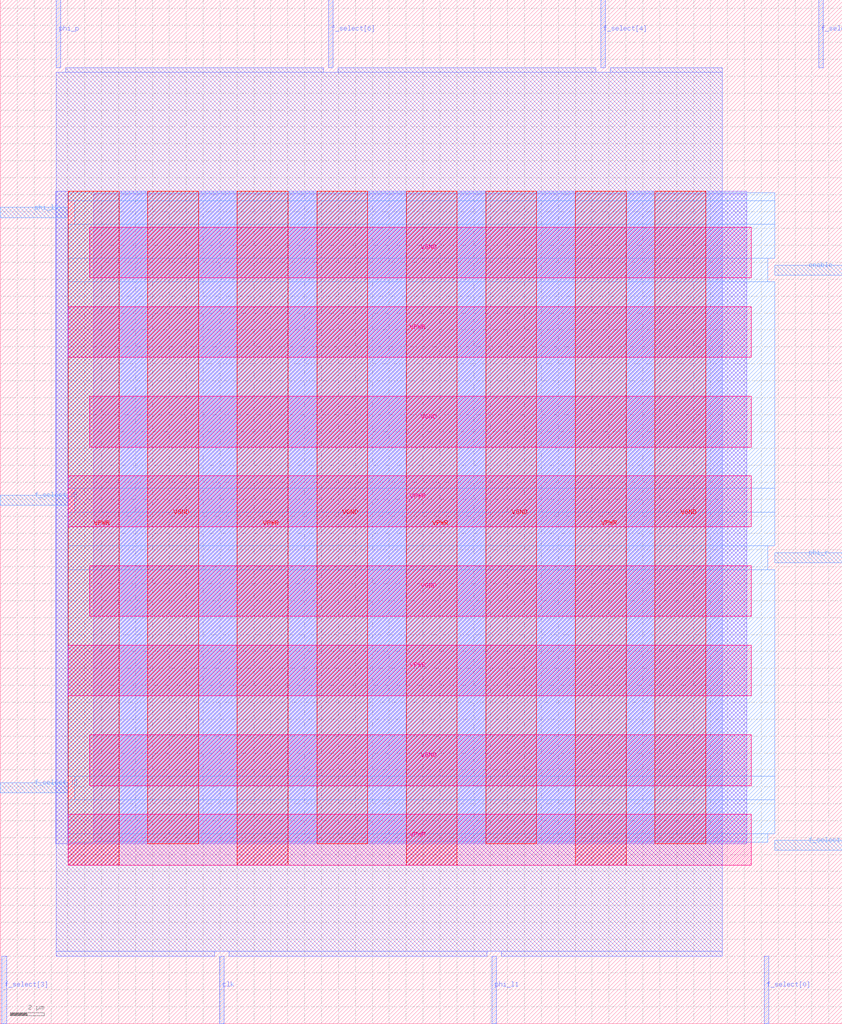
<source format=lef>
VERSION 5.7 ;
  NOWIREEXTENSIONATPIN ON ;
  DIVIDERCHAR "/" ;
  BUSBITCHARS "[]" ;
MACRO digital_cs
  CLASS BLOCK ;
  FOREIGN digital_cs ;
  ORIGIN 0.000 0.000 ;
  SIZE 49.790 BY 60.510 ;
  PIN VGND
    DIRECTION INOUT ;
    USE GROUND ;
    PORT
      LAYER met4 ;
        RECT 8.720 10.640 11.720 49.200 ;
    END
    PORT
      LAYER met4 ;
        RECT 18.720 10.640 21.720 49.200 ;
    END
    PORT
      LAYER met4 ;
        RECT 28.720 10.640 31.720 49.200 ;
    END
    PORT
      LAYER met4 ;
        RECT 38.720 10.640 41.720 49.200 ;
    END
    PORT
      LAYER met5 ;
        RECT 5.280 14.080 44.400 17.080 ;
    END
    PORT
      LAYER met5 ;
        RECT 5.280 24.080 44.400 27.080 ;
    END
    PORT
      LAYER met5 ;
        RECT 5.280 34.080 44.400 37.080 ;
    END
    PORT
      LAYER met5 ;
        RECT 5.280 44.080 44.400 47.080 ;
    END
  END VGND
  PIN VPWR
    DIRECTION INOUT ;
    USE POWER ;
    PORT
      LAYER met4 ;
        RECT 4.020 9.380 7.020 49.200 ;
    END
    PORT
      LAYER met4 ;
        RECT 14.020 9.380 17.020 49.200 ;
    END
    PORT
      LAYER met4 ;
        RECT 24.020 9.380 27.020 49.200 ;
    END
    PORT
      LAYER met4 ;
        RECT 34.020 9.380 37.020 49.200 ;
    END
    PORT
      LAYER met5 ;
        RECT 4.020 9.380 44.400 12.380 ;
    END
    PORT
      LAYER met5 ;
        RECT 4.020 19.380 44.400 22.380 ;
    END
    PORT
      LAYER met5 ;
        RECT 4.020 29.380 44.400 32.380 ;
    END
    PORT
      LAYER met5 ;
        RECT 4.020 39.380 44.400 42.380 ;
    END
  END VPWR
  PIN clk
    DIRECTION INPUT ;
    USE SIGNAL ;
    PORT
      LAYER met2 ;
        RECT 12.970 0.000 13.250 4.000 ;
    END
  END clk
  PIN enable
    DIRECTION INPUT ;
    USE SIGNAL ;
    PORT
      LAYER met3 ;
        RECT 45.790 44.240 49.790 44.840 ;
    END
  END enable
  PIN f_select[0]
    DIRECTION INPUT ;
    USE SIGNAL ;
    PORT
      LAYER met2 ;
        RECT 45.170 0.000 45.450 4.000 ;
    END
  END f_select[0]
  PIN f_select[1]
    DIRECTION INPUT ;
    USE SIGNAL ;
    PORT
      LAYER met3 ;
        RECT 0.000 13.640 4.000 14.240 ;
    END
  END f_select[1]
  PIN f_select[2]
    DIRECTION INPUT ;
    USE SIGNAL ;
    PORT
      LAYER met3 ;
        RECT 0.000 30.640 4.000 31.240 ;
    END
  END f_select[2]
  PIN f_select[3]
    DIRECTION INPUT ;
    USE SIGNAL ;
    PORT
      LAYER met2 ;
        RECT 0.090 0.000 0.370 4.000 ;
    END
  END f_select[3]
  PIN f_select[4]
    DIRECTION INPUT ;
    USE SIGNAL ;
    PORT
      LAYER met2 ;
        RECT 35.510 56.510 35.790 60.510 ;
    END
  END f_select[4]
  PIN f_select[5]
    DIRECTION INPUT ;
    USE SIGNAL ;
    PORT
      LAYER met3 ;
        RECT 45.790 10.240 49.790 10.840 ;
    END
  END f_select[5]
  PIN f_select[6]
    DIRECTION INPUT ;
    USE SIGNAL ;
    PORT
      LAYER met2 ;
        RECT 19.410 56.510 19.690 60.510 ;
    END
  END f_select[6]
  PIN f_select[7]
    DIRECTION INPUT ;
    USE SIGNAL ;
    PORT
      LAYER met2 ;
        RECT 48.390 56.510 48.670 60.510 ;
    END
  END f_select[7]
  PIN phi_l1
    DIRECTION OUTPUT TRISTATE ;
    USE SIGNAL ;
    PORT
      LAYER met2 ;
        RECT 29.070 0.000 29.350 4.000 ;
    END
  END phi_l1
  PIN phi_l2
    DIRECTION OUTPUT TRISTATE ;
    USE SIGNAL ;
    PORT
      LAYER met3 ;
        RECT 0.000 47.640 4.000 48.240 ;
    END
  END phi_l2
  PIN phi_p
    DIRECTION OUTPUT TRISTATE ;
    USE SIGNAL ;
    PORT
      LAYER met2 ;
        RECT 3.310 56.510 3.590 60.510 ;
    END
  END phi_p
  PIN phi_r
    DIRECTION OUTPUT TRISTATE ;
    USE SIGNAL ;
    PORT
      LAYER met3 ;
        RECT 45.790 27.240 49.790 27.840 ;
    END
  END phi_r
  OBS
      LAYER li1 ;
        RECT 5.520 10.795 44.160 49.045 ;
      LAYER met1 ;
        RECT 3.290 10.640 44.160 49.200 ;
      LAYER met2 ;
        RECT 3.870 56.230 19.130 56.510 ;
        RECT 19.970 56.230 35.230 56.510 ;
        RECT 36.070 56.230 42.690 56.510 ;
        RECT 3.320 4.280 42.690 56.230 ;
        RECT 3.320 4.000 12.690 4.280 ;
        RECT 13.530 4.000 28.790 4.280 ;
        RECT 29.630 4.000 42.690 4.280 ;
      LAYER met3 ;
        RECT 4.000 48.640 45.790 49.125 ;
        RECT 4.400 47.240 45.790 48.640 ;
        RECT 4.000 45.240 45.790 47.240 ;
        RECT 4.000 43.840 45.390 45.240 ;
        RECT 4.000 31.640 45.790 43.840 ;
        RECT 4.400 30.240 45.790 31.640 ;
        RECT 4.000 28.240 45.790 30.240 ;
        RECT 4.000 26.840 45.390 28.240 ;
        RECT 4.000 14.640 45.790 26.840 ;
        RECT 4.400 13.240 45.790 14.640 ;
        RECT 4.000 11.240 45.790 13.240 ;
        RECT 4.000 10.715 45.390 11.240 ;
  END
END digital_cs
END LIBRARY


</source>
